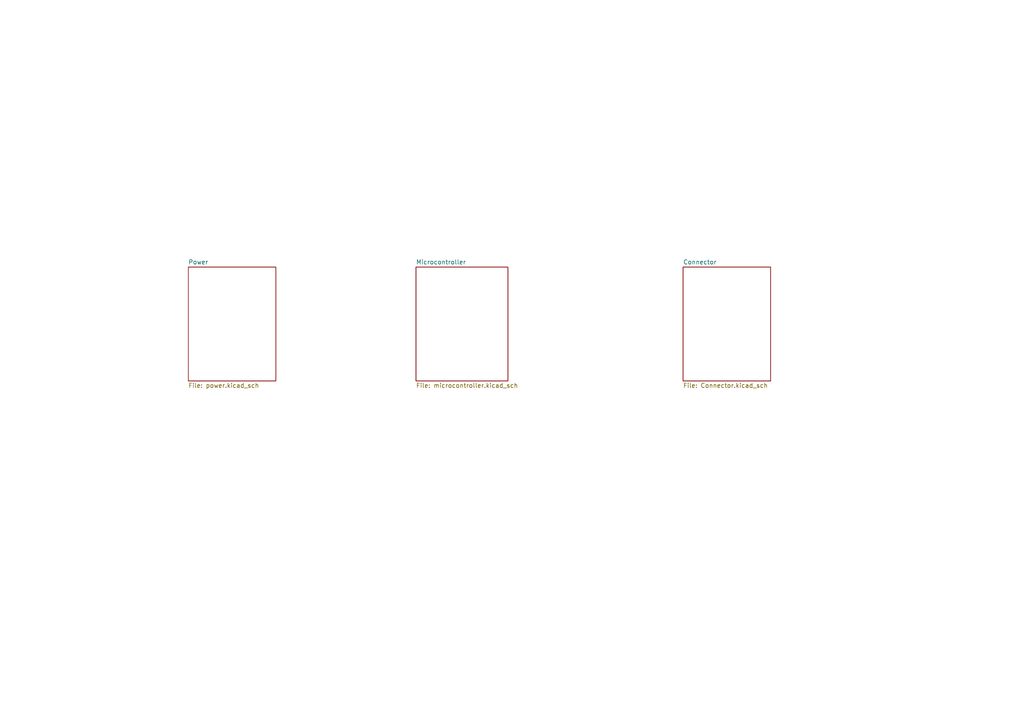
<source format=kicad_sch>
(kicad_sch
	(version 20250114)
	(generator "eeschema")
	(generator_version "9.0")
	(uuid "c5e35b0f-6358-4280-8db7-ac44a604ce96")
	(paper "A4")
	(title_block
		(title "Atmega32 Evaluation Board")
		(date "2025-05-28")
		(rev "v-1")
		(company "Masum Biswas")
	)
	(lib_symbols)
	(sheet
		(at 54.61 77.47)
		(size 25.4 33.02)
		(exclude_from_sim no)
		(in_bom yes)
		(on_board yes)
		(dnp no)
		(fields_autoplaced yes)
		(stroke
			(width 0.1524)
			(type solid)
		)
		(fill
			(color 0 0 0 0.0000)
		)
		(uuid "58ed55b1-f9a8-4c6e-aee3-6dba3da0426e")
		(property "Sheetname" "Power"
			(at 54.61 76.7584 0)
			(effects
				(font
					(size 1.27 1.27)
				)
				(justify left bottom)
			)
		)
		(property "Sheetfile" "power.kicad_sch"
			(at 54.61 111.0746 0)
			(effects
				(font
					(size 1.27 1.27)
				)
				(justify left top)
			)
		)
		(instances
			(project "4 layer demo"
				(path "/c5e35b0f-6358-4280-8db7-ac44a604ce96"
					(page "2")
				)
			)
		)
	)
	(sheet
		(at 198.12 77.47)
		(size 25.4 33.02)
		(exclude_from_sim no)
		(in_bom yes)
		(on_board yes)
		(dnp no)
		(fields_autoplaced yes)
		(stroke
			(width 0.1524)
			(type solid)
		)
		(fill
			(color 0 0 0 0.0000)
		)
		(uuid "7fd6c6ee-c0a5-4aa0-807f-dc7f433a611f")
		(property "Sheetname" "Connector"
			(at 198.12 76.7584 0)
			(effects
				(font
					(size 1.27 1.27)
				)
				(justify left bottom)
			)
		)
		(property "Sheetfile" "Connector.kicad_sch"
			(at 198.12 111.0746 0)
			(effects
				(font
					(size 1.27 1.27)
				)
				(justify left top)
			)
		)
		(instances
			(project "4 layer demo"
				(path "/c5e35b0f-6358-4280-8db7-ac44a604ce96"
					(page "4")
				)
			)
		)
	)
	(sheet
		(at 120.65 77.47)
		(size 26.67 33.02)
		(exclude_from_sim no)
		(in_bom yes)
		(on_board yes)
		(dnp no)
		(fields_autoplaced yes)
		(stroke
			(width 0.1524)
			(type solid)
		)
		(fill
			(color 0 0 0 0.0000)
		)
		(uuid "9fcbd441-823d-4a3d-8010-938dd77cfe3a")
		(property "Sheetname" "Microcontroller"
			(at 120.65 76.7584 0)
			(effects
				(font
					(size 1.27 1.27)
				)
				(justify left bottom)
			)
		)
		(property "Sheetfile" "microcontroller.kicad_sch"
			(at 120.65 111.0746 0)
			(effects
				(font
					(size 1.27 1.27)
				)
				(justify left top)
			)
		)
		(instances
			(project "4 layer demo"
				(path "/c5e35b0f-6358-4280-8db7-ac44a604ce96"
					(page "3")
				)
			)
		)
	)
	(sheet_instances
		(path "/"
			(page "1")
		)
	)
	(embedded_fonts no)
)

</source>
